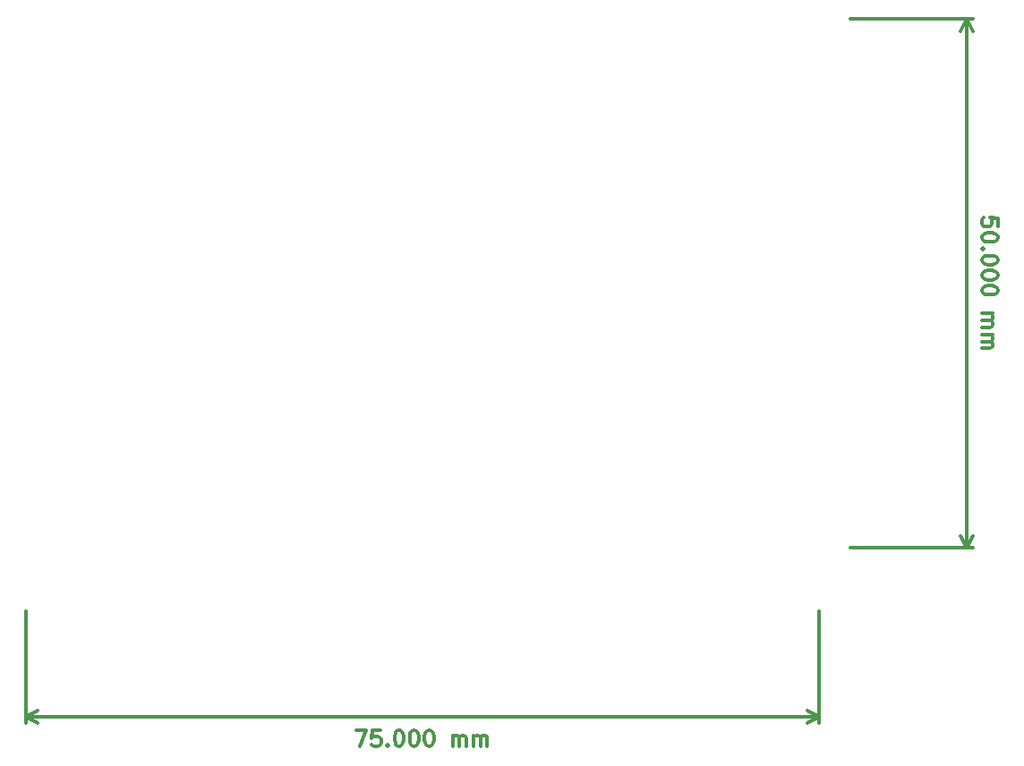
<source format=gbr>
G04 #@! TF.GenerationSoftware,KiCad,Pcbnew,5.0.2-bee76a0~70~ubuntu18.04.1*
G04 #@! TF.CreationDate,2019-07-19T14:17:51+01:00*
G04 #@! TF.ProjectId,led_driver,6c65645f-6472-4697-9665-722e6b696361,rev?*
G04 #@! TF.SameCoordinates,Original*
G04 #@! TF.FileFunction,Other,ECO2*
%FSLAX46Y46*%
G04 Gerber Fmt 4.6, Leading zero omitted, Abs format (unit mm)*
G04 Created by KiCad (PCBNEW 5.0.2-bee76a0~70~ubuntu18.04.1) date Fri 19 Jul 2019 14:17:51 BST*
%MOMM*%
%LPD*%
G01*
G04 APERTURE LIST*
%ADD10C,0.300000*%
G04 APERTURE END LIST*
D10*
X177921428Y-72571428D02*
X177921428Y-71857142D01*
X177207142Y-71785714D01*
X177278571Y-71857142D01*
X177350000Y-72000000D01*
X177350000Y-72357142D01*
X177278571Y-72500000D01*
X177207142Y-72571428D01*
X177064285Y-72642857D01*
X176707142Y-72642857D01*
X176564285Y-72571428D01*
X176492857Y-72500000D01*
X176421428Y-72357142D01*
X176421428Y-72000000D01*
X176492857Y-71857142D01*
X176564285Y-71785714D01*
X177921428Y-73571428D02*
X177921428Y-73714285D01*
X177850000Y-73857142D01*
X177778571Y-73928571D01*
X177635714Y-74000000D01*
X177350000Y-74071428D01*
X176992857Y-74071428D01*
X176707142Y-74000000D01*
X176564285Y-73928571D01*
X176492857Y-73857142D01*
X176421428Y-73714285D01*
X176421428Y-73571428D01*
X176492857Y-73428571D01*
X176564285Y-73357142D01*
X176707142Y-73285714D01*
X176992857Y-73214285D01*
X177350000Y-73214285D01*
X177635714Y-73285714D01*
X177778571Y-73357142D01*
X177850000Y-73428571D01*
X177921428Y-73571428D01*
X176564285Y-74714285D02*
X176492857Y-74785714D01*
X176421428Y-74714285D01*
X176492857Y-74642857D01*
X176564285Y-74714285D01*
X176421428Y-74714285D01*
X177921428Y-75714285D02*
X177921428Y-75857142D01*
X177850000Y-76000000D01*
X177778571Y-76071428D01*
X177635714Y-76142857D01*
X177350000Y-76214285D01*
X176992857Y-76214285D01*
X176707142Y-76142857D01*
X176564285Y-76071428D01*
X176492857Y-76000000D01*
X176421428Y-75857142D01*
X176421428Y-75714285D01*
X176492857Y-75571428D01*
X176564285Y-75500000D01*
X176707142Y-75428571D01*
X176992857Y-75357142D01*
X177350000Y-75357142D01*
X177635714Y-75428571D01*
X177778571Y-75500000D01*
X177850000Y-75571428D01*
X177921428Y-75714285D01*
X177921428Y-77142857D02*
X177921428Y-77285714D01*
X177850000Y-77428571D01*
X177778571Y-77500000D01*
X177635714Y-77571428D01*
X177350000Y-77642857D01*
X176992857Y-77642857D01*
X176707142Y-77571428D01*
X176564285Y-77500000D01*
X176492857Y-77428571D01*
X176421428Y-77285714D01*
X176421428Y-77142857D01*
X176492857Y-77000000D01*
X176564285Y-76928571D01*
X176707142Y-76857142D01*
X176992857Y-76785714D01*
X177350000Y-76785714D01*
X177635714Y-76857142D01*
X177778571Y-76928571D01*
X177850000Y-77000000D01*
X177921428Y-77142857D01*
X177921428Y-78571428D02*
X177921428Y-78714285D01*
X177850000Y-78857142D01*
X177778571Y-78928571D01*
X177635714Y-79000000D01*
X177350000Y-79071428D01*
X176992857Y-79071428D01*
X176707142Y-79000000D01*
X176564285Y-78928571D01*
X176492857Y-78857142D01*
X176421428Y-78714285D01*
X176421428Y-78571428D01*
X176492857Y-78428571D01*
X176564285Y-78357142D01*
X176707142Y-78285714D01*
X176992857Y-78214285D01*
X177350000Y-78214285D01*
X177635714Y-78285714D01*
X177778571Y-78357142D01*
X177850000Y-78428571D01*
X177921428Y-78571428D01*
X176421428Y-80857142D02*
X177421428Y-80857142D01*
X177278571Y-80857142D02*
X177350000Y-80928571D01*
X177421428Y-81071428D01*
X177421428Y-81285714D01*
X177350000Y-81428571D01*
X177207142Y-81500000D01*
X176421428Y-81500000D01*
X177207142Y-81500000D02*
X177350000Y-81571428D01*
X177421428Y-81714285D01*
X177421428Y-81928571D01*
X177350000Y-82071428D01*
X177207142Y-82142857D01*
X176421428Y-82142857D01*
X176421428Y-82857142D02*
X177421428Y-82857142D01*
X177278571Y-82857142D02*
X177350000Y-82928571D01*
X177421428Y-83071428D01*
X177421428Y-83285714D01*
X177350000Y-83428571D01*
X177207142Y-83500000D01*
X176421428Y-83500000D01*
X177207142Y-83500000D02*
X177350000Y-83571428D01*
X177421428Y-83714285D01*
X177421428Y-83928571D01*
X177350000Y-84071428D01*
X177207142Y-84142857D01*
X176421428Y-84142857D01*
X175000000Y-53000000D02*
X175000000Y-103000000D01*
X164000000Y-53000000D02*
X175586421Y-53000000D01*
X164000000Y-103000000D02*
X175586421Y-103000000D01*
X175000000Y-103000000D02*
X174413579Y-101873496D01*
X175000000Y-103000000D02*
X175586421Y-101873496D01*
X175000000Y-53000000D02*
X174413579Y-54126504D01*
X175000000Y-53000000D02*
X175586421Y-54126504D01*
X117214285Y-120278571D02*
X118214285Y-120278571D01*
X117571428Y-121778571D01*
X119500000Y-120278571D02*
X118785714Y-120278571D01*
X118714285Y-120992857D01*
X118785714Y-120921428D01*
X118928571Y-120850000D01*
X119285714Y-120850000D01*
X119428571Y-120921428D01*
X119500000Y-120992857D01*
X119571428Y-121135714D01*
X119571428Y-121492857D01*
X119500000Y-121635714D01*
X119428571Y-121707142D01*
X119285714Y-121778571D01*
X118928571Y-121778571D01*
X118785714Y-121707142D01*
X118714285Y-121635714D01*
X120214285Y-121635714D02*
X120285714Y-121707142D01*
X120214285Y-121778571D01*
X120142857Y-121707142D01*
X120214285Y-121635714D01*
X120214285Y-121778571D01*
X121214285Y-120278571D02*
X121357142Y-120278571D01*
X121500000Y-120350000D01*
X121571428Y-120421428D01*
X121642857Y-120564285D01*
X121714285Y-120850000D01*
X121714285Y-121207142D01*
X121642857Y-121492857D01*
X121571428Y-121635714D01*
X121500000Y-121707142D01*
X121357142Y-121778571D01*
X121214285Y-121778571D01*
X121071428Y-121707142D01*
X121000000Y-121635714D01*
X120928571Y-121492857D01*
X120857142Y-121207142D01*
X120857142Y-120850000D01*
X120928571Y-120564285D01*
X121000000Y-120421428D01*
X121071428Y-120350000D01*
X121214285Y-120278571D01*
X122642857Y-120278571D02*
X122785714Y-120278571D01*
X122928571Y-120350000D01*
X123000000Y-120421428D01*
X123071428Y-120564285D01*
X123142857Y-120850000D01*
X123142857Y-121207142D01*
X123071428Y-121492857D01*
X123000000Y-121635714D01*
X122928571Y-121707142D01*
X122785714Y-121778571D01*
X122642857Y-121778571D01*
X122500000Y-121707142D01*
X122428571Y-121635714D01*
X122357142Y-121492857D01*
X122285714Y-121207142D01*
X122285714Y-120850000D01*
X122357142Y-120564285D01*
X122428571Y-120421428D01*
X122500000Y-120350000D01*
X122642857Y-120278571D01*
X124071428Y-120278571D02*
X124214285Y-120278571D01*
X124357142Y-120350000D01*
X124428571Y-120421428D01*
X124500000Y-120564285D01*
X124571428Y-120850000D01*
X124571428Y-121207142D01*
X124500000Y-121492857D01*
X124428571Y-121635714D01*
X124357142Y-121707142D01*
X124214285Y-121778571D01*
X124071428Y-121778571D01*
X123928571Y-121707142D01*
X123857142Y-121635714D01*
X123785714Y-121492857D01*
X123714285Y-121207142D01*
X123714285Y-120850000D01*
X123785714Y-120564285D01*
X123857142Y-120421428D01*
X123928571Y-120350000D01*
X124071428Y-120278571D01*
X126357142Y-121778571D02*
X126357142Y-120778571D01*
X126357142Y-120921428D02*
X126428571Y-120850000D01*
X126571428Y-120778571D01*
X126785714Y-120778571D01*
X126928571Y-120850000D01*
X127000000Y-120992857D01*
X127000000Y-121778571D01*
X127000000Y-120992857D02*
X127071428Y-120850000D01*
X127214285Y-120778571D01*
X127428571Y-120778571D01*
X127571428Y-120850000D01*
X127642857Y-120992857D01*
X127642857Y-121778571D01*
X128357142Y-121778571D02*
X128357142Y-120778571D01*
X128357142Y-120921428D02*
X128428571Y-120850000D01*
X128571428Y-120778571D01*
X128785714Y-120778571D01*
X128928571Y-120850000D01*
X129000000Y-120992857D01*
X129000000Y-121778571D01*
X129000000Y-120992857D02*
X129071428Y-120850000D01*
X129214285Y-120778571D01*
X129428571Y-120778571D01*
X129571428Y-120850000D01*
X129642857Y-120992857D01*
X129642857Y-121778571D01*
X86000000Y-119000000D02*
X161000000Y-119000000D01*
X86000000Y-109000000D02*
X86000000Y-119586421D01*
X161000000Y-109000000D02*
X161000000Y-119586421D01*
X161000000Y-119000000D02*
X159873496Y-119586421D01*
X161000000Y-119000000D02*
X159873496Y-118413579D01*
X86000000Y-119000000D02*
X87126504Y-119586421D01*
X86000000Y-119000000D02*
X87126504Y-118413579D01*
M02*

</source>
